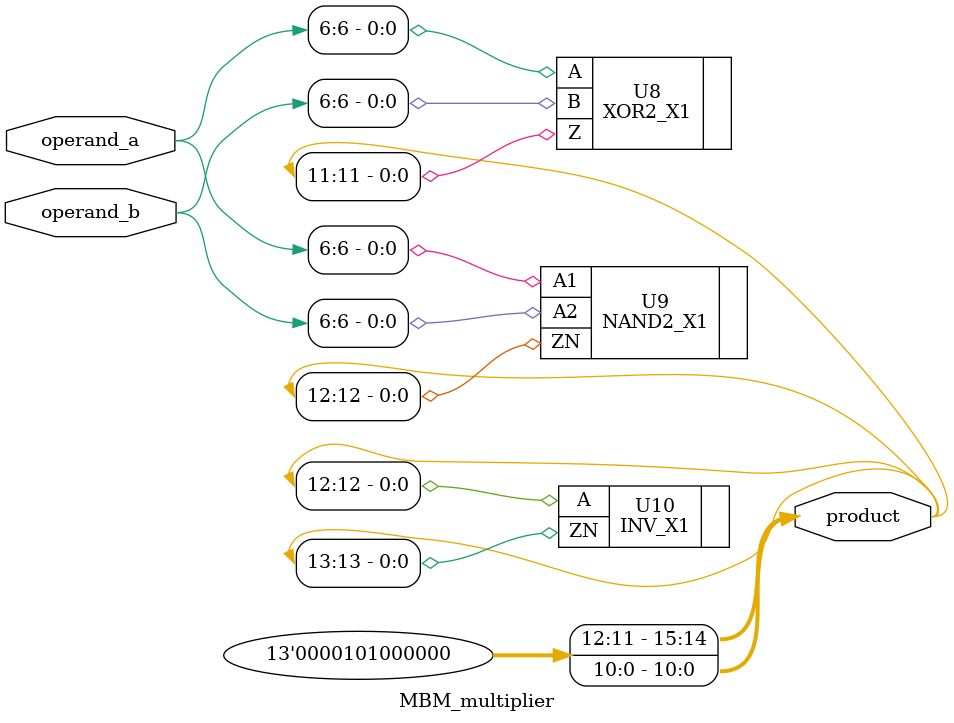
<source format=sv>


module MBM_multiplier ( operand_a, operand_b, product );
  input [7:0] operand_a;
  input [7:0] operand_b;
  output [15:0] product;

  assign product[0] = 1'b0;
  assign product[1] = 1'b0;
  assign product[2] = 1'b0;
  assign product[3] = 1'b0;
  assign product[4] = 1'b0;
  assign product[5] = 1'b0;
  assign product[7] = 1'b0;
  assign product[9] = 1'b0;
  assign product[10] = 1'b0;
  assign product[14] = 1'b0;
  assign product[15] = 1'b0;
  assign product[6] = 1'b1;
  assign product[8] = 1'b1;

  XOR2_X1 U8 ( .A(operand_a[6]), .B(operand_b[6]), .Z(product[11]) );
  NAND2_X1 U9 ( .A1(operand_a[6]), .A2(operand_b[6]), .ZN(product[12]) );
  INV_X1 U10 ( .A(product[12]), .ZN(product[13]) );
endmodule


</source>
